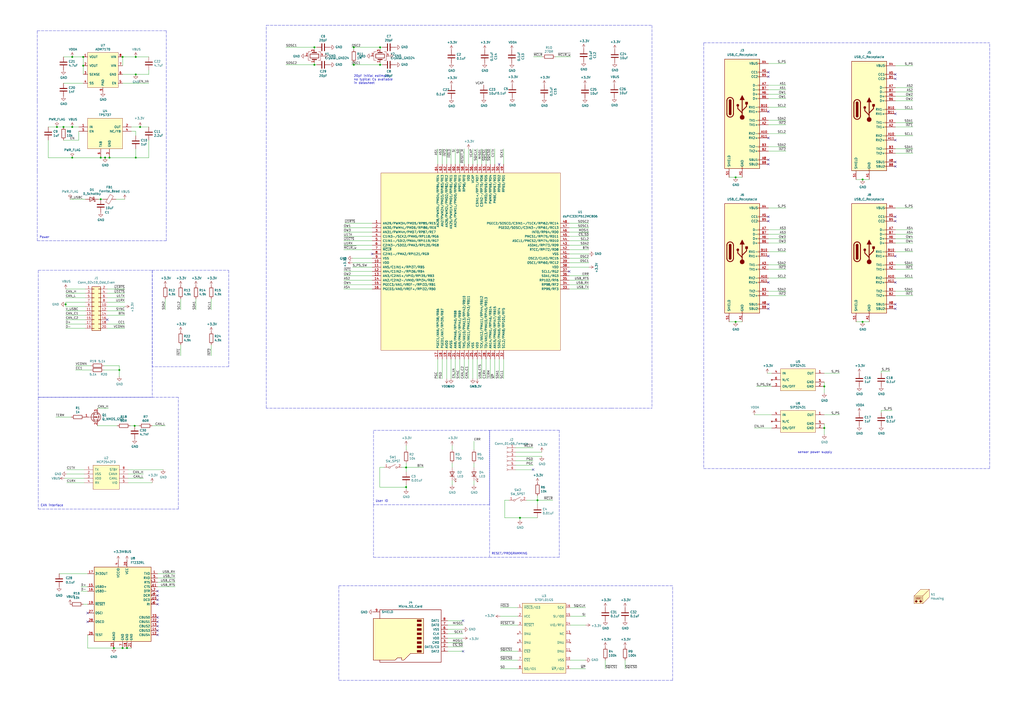
<source format=kicad_sch>
(kicad_sch (version 20211123) (generator eeschema)
  (paper "A2")
  (title_block (title "Sylvatica") (date "2019-07-04") (rev "3") (company "Olivier Pieters"))
  (junction (at 71.12 33.02))
  (junction (at 78.74 43.18))
  (junction (at 48.26 33.02))
  (junction (at 48.26 38.1))
  (junction (at 500.38 104.14))
  (junction (at 81.28 73.66))
  (junction (at 71.12 375.92))
  (junction (at 58.42 115.57))
  (junction (at 33.02 73.66))
  (junction (at 182.372 27.432))
  (junction (at 205.232 27.432))
  (junction (at 78.74 91.44))
  (junction (at 41.91 33.02))
  (junction (at 426.72 102.87))
  (junction (at 235.585 271.145))
  (junction (at 41.91 73.66))
  (junction (at 478.155 248.285))
  (junction (at 58.42 91.44))
  (junction (at 235.585 282.575))
  (junction (at 182.372 37.592))
  (junction (at 426.72 186.69))
  (junction (at 220.472 37.592))
  (junction (at 73.66 375.92))
  (junction (at 63.5 91.44))
  (junction (at 78.74 33.02))
  (junction (at 500.38 186.69))
  (junction (at 60.96 91.44))
  (junction (at 311.785 290.195))
  (junction (at 41.91 91.44))
  (junction (at 66.04 375.92))
  (junction (at 78.105 247.015))
  (junction (at 69.215 214.63))
  (junction (at 220.472 27.432))
  (junction (at 36.83 73.66))
  (junction (at 205.232 37.592))
  (junction (at 38.1 176.53))
  (junction (at 301.625 300.355))
  (junction (at 478.155 224.155))
  (no_connect (at 268.605 377.825))
  (no_connect (at 445.77 41.91))
  (no_connect (at 268.605 360.045))
  (no_connect (at 519.43 66.04))
  (no_connect (at 519.43 125.73))
  (no_connect (at 519.43 128.27))
  (no_connect (at 519.43 176.53))
  (no_connect (at 519.43 179.07))
  (no_connect (at 445.77 80.01))
  (no_connect (at 445.77 44.45))
  (no_connect (at 445.77 92.71))
  (no_connect (at 445.77 95.25))
  (no_connect (at 519.43 163.83))
  (no_connect (at 519.43 81.28))
  (no_connect (at 215.9 147.32))
  (no_connect (at 289.56 95.25))
  (no_connect (at 50.8 360.68))
  (no_connect (at 50.8 355.6))
  (no_connect (at 330.2 157.48))
  (no_connect (at 519.43 148.59))
  (no_connect (at 309.245 272.415))
  (no_connect (at 519.43 96.52))
  (no_connect (at 519.43 93.98))
  (no_connect (at 519.43 43.18))
  (no_connect (at 519.43 45.72))
  (no_connect (at 445.77 64.77))
  (no_connect (at 445.77 148.59))
  (no_connect (at 62.23 185.42))
  (no_connect (at 445.77 125.73))
  (no_connect (at 445.77 128.27))
  (no_connect (at 445.77 176.53))
  (no_connect (at 445.77 179.07))
  (no_connect (at 91.44 358.14))
  (no_connect (at 91.44 360.68))
  (no_connect (at 91.44 363.22))
  (no_connect (at 91.44 365.76))
  (no_connect (at 91.44 368.3))
  (no_connect (at 91.44 350.52))
  (no_connect (at 91.44 347.98))
  (no_connect (at 91.44 345.44))
  (no_connect (at 91.44 342.9))
  (no_connect (at 445.77 163.83))
  (wire (pts (xy 301.625 300.355) (xy 311.785 300.355)))
  (wire (pts (xy 205.232 27.432) (xy 220.472 27.432)))
  (wire (pts (xy 199.39 162.56) (xy 215.9 162.56)))
  (wire (pts (xy 261.62 86.36) (xy 261.62 95.25)))
  (wire (pts (xy 445.77 77.47) (xy 455.93 77.47)))
  (wire (pts (xy 341.63 147.32) (xy 330.2 147.32)))
  (wire (pts (xy 45.72 76.2) (xy 45.72 81.28)))
  (wire (pts (xy 339.725 357.505) (xy 330.835 357.505)))
  (wire (pts (xy 43.815 214.63) (xy 52.705 214.63)))
  (wire (pts (xy 455.93 52.07) (xy 445.77 52.07)))
  (wire (pts (xy 66.04 375.92) (xy 71.12 375.92)))
  (polyline (pts (xy 154.432 236.728) (xy 154.432 14.732)))
  (wire (pts (xy 422.91 186.69) (xy 426.72 186.69)))
  (polyline (pts (xy 216.662 249.682) (xy 283.972 249.682)))
  (wire (pts (xy 519.43 71.12) (xy 529.59 71.12)))
  (wire (pts (xy 511.175 215.265) (xy 511.175 216.535)))
  (wire (pts (xy 71.12 33.02) (xy 71.12 38.1)))
  (wire (pts (xy 487.045 216.535) (xy 478.155 216.535)))
  (wire (pts (xy 58.42 115.57) (xy 59.69 115.57)))
  (wire (pts (xy 299.085 262.255) (xy 314.325 262.255)))
  (wire (pts (xy 91.44 332.74) (xy 101.6 332.74)))
  (wire (pts (xy 199.39 160.02) (xy 215.9 160.02)))
  (wire (pts (xy 199.39 142.24) (xy 215.9 142.24)))
  (wire (pts (xy 268.605 375.285) (xy 259.715 375.285)))
  (wire (pts (xy 33.02 73.66) (xy 36.83 73.66)))
  (wire (pts (xy 71.12 43.18) (xy 78.74 43.18)))
  (wire (pts (xy 292.735 300.355) (xy 301.625 300.355)))
  (wire (pts (xy 262.255 260.985) (xy 262.255 258.445)))
  (wire (pts (xy 341.63 129.54) (xy 330.2 129.54)))
  (wire (pts (xy 284.48 208.28) (xy 284.48 219.71)))
  (wire (pts (xy 289.56 219.71) (xy 289.56 208.28)))
  (wire (pts (xy 271.78 219.71) (xy 271.78 208.28)))
  (wire (pts (xy 41.91 91.44) (xy 58.42 91.44)))
  (wire (pts (xy 205.232 37.592) (xy 220.472 37.592)))
  (wire (pts (xy 299.085 264.795) (xy 314.325 264.795)))
  (wire (pts (xy 72.39 167.64) (xy 62.23 167.64)))
  (wire (pts (xy 309.245 269.875) (xy 299.085 269.875)))
  (wire (pts (xy 235.585 271.145) (xy 235.585 273.685)))
  (wire (pts (xy 292.735 290.195) (xy 292.735 300.355)))
  (wire (pts (xy 48.895 272.415) (xy 38.735 272.415)))
  (wire (pts (xy 445.135 216.535) (xy 447.675 216.535)))
  (wire (pts (xy 182.372 28.702) (xy 182.372 27.432)))
  (wire (pts (xy 529.59 38.1) (xy 519.43 38.1)))
  (wire (pts (xy 519.43 63.5) (xy 529.59 63.5)))
  (wire (pts (xy 529.59 153.67) (xy 519.43 153.67)))
  (wire (pts (xy 58.42 91.44) (xy 60.96 91.44)))
  (wire (pts (xy 69.215 212.09) (xy 69.215 214.63)))
  (wire (pts (xy 76.2 76.2) (xy 78.74 76.2)))
  (polyline (pts (xy 408.178 24.892) (xy 574.04 24.892)))
  (wire (pts (xy 341.63 144.78) (xy 330.2 144.78)))
  (polyline (pts (xy 96.52 139.7) (xy 21.59 139.7)))
  (wire (pts (xy 261.62 208.28) (xy 261.62 219.71)))
  (wire (pts (xy 182.372 27.432) (xy 183.642 27.432)))
  (wire (pts (xy 72.39 175.26) (xy 62.23 175.26)))
  (wire (pts (xy 86.36 81.28) (xy 86.36 91.44)))
  (wire (pts (xy 78.74 43.18) (xy 86.36 43.18)))
  (polyline (pts (xy 283.972 323.342) (xy 283.972 249.682)))
  (wire (pts (xy 62.23 172.72) (xy 72.39 172.72)))
  (wire (pts (xy 529.59 73.66) (xy 519.43 73.66)))
  (wire (pts (xy 529.59 53.34) (xy 519.43 53.34)))
  (wire (pts (xy 529.59 135.89) (xy 519.43 135.89)))
  (wire (pts (xy 72.39 180.34) (xy 62.23 180.34)))
  (wire (pts (xy 529.59 171.45) (xy 519.43 171.45)))
  (wire (pts (xy 500.38 104.14) (xy 504.19 104.14)))
  (wire (pts (xy 122.555 179.705) (xy 122.555 173.355)))
  (wire (pts (xy 69.215 214.63) (xy 69.215 218.44)))
  (wire (pts (xy 341.63 165.1) (xy 330.2 165.1)))
  (polyline (pts (xy 408.178 271.78) (xy 574.04 271.78)))
  (wire (pts (xy 330.2 142.24) (xy 341.63 142.24)))
  (wire (pts (xy 341.63 139.7) (xy 330.2 139.7)))
  (wire (pts (xy 73.66 375.92) (xy 76.2 375.92)))
  (polyline (pts (xy 132.715 212.725) (xy 88.265 212.725)))
  (polyline (pts (xy 390.144 394.716) (xy 390.144 339.852)))
  (wire (pts (xy 199.39 139.7) (xy 215.9 139.7)))
  (wire (pts (xy 305.435 290.195) (xy 311.785 290.195)))
  (polyline (pts (xy 96.52 17.78) (xy 96.52 58.42)))
  (wire (pts (xy 46.99 342.9) (xy 50.8 342.9)))
  (wire (pts (xy 199.39 167.64) (xy 215.9 167.64)))
  (wire (pts (xy 301.625 301.625) (xy 301.625 300.355)))
  (wire (pts (xy 204.47 154.94) (xy 215.9 154.94)))
  (wire (pts (xy 478.155 245.745) (xy 478.155 248.285)))
  (wire (pts (xy 67.31 115.57) (xy 72.39 115.57)))
  (wire (pts (xy 264.16 208.28) (xy 264.16 219.456)))
  (wire (pts (xy 50.8 375.92) (xy 66.04 375.92)))
  (wire (pts (xy 254 95.25) (xy 254 86.36)))
  (wire (pts (xy 496.57 186.69) (xy 500.38 186.69)))
  (wire (pts (xy 339.725 382.905) (xy 330.835 382.905)))
  (polyline (pts (xy 88.265 156.845) (xy 88.265 212.725)))
  (wire (pts (xy 290.195 357.505) (xy 300.355 357.505)))
  (wire (pts (xy 341.63 152.4) (xy 330.2 152.4)))
  (wire (pts (xy 91.44 337.82) (xy 101.6 337.82)))
  (wire (pts (xy 86.36 91.44) (xy 78.74 91.44)))
  (polyline (pts (xy 21.59 139.7) (xy 21.59 99.06)))
  (wire (pts (xy 309.245 259.715) (xy 299.085 259.715)))
  (wire (pts (xy 76.2 73.66) (xy 81.28 73.66)))
  (wire (pts (xy 40.64 115.57) (xy 49.53 115.57)))
  (wire (pts (xy 235.585 282.575) (xy 235.585 283.845)))
  (polyline (pts (xy 354.584 236.728) (xy 154.432 236.728)))
  (wire (pts (xy 496.57 104.14) (xy 500.38 104.14)))
  (polyline (pts (xy 354.584 236.728) (xy 378.206 236.728)))
  (wire (pts (xy 437.515 240.665) (xy 447.675 240.665)))
  (wire (pts (xy 274.955 260.985) (xy 274.955 255.905)))
  (wire (pts (xy 455.93 153.67) (xy 445.77 153.67)))
  (polyline (pts (xy 96.52 99.06) (xy 96.52 139.7)))
  (wire (pts (xy 295.275 290.195) (xy 292.735 290.195)))
  (wire (pts (xy 204.47 152.4) (xy 215.9 152.4)))
  (wire (pts (xy 269.24 86.36) (xy 269.24 95.25)))
  (wire (pts (xy 271.78 86.36) (xy 271.78 95.25)))
  (polyline (pts (xy 216.662 292.862) (xy 216.662 249.682)))
  (wire (pts (xy 38.1 180.34) (xy 49.53 180.34)))
  (polyline (pts (xy 21.59 17.78) (xy 96.52 17.78)))
  (wire (pts (xy 71.12 33.02) (xy 78.74 33.02)))
  (wire (pts (xy 516.255 215.265) (xy 511.175 215.265)))
  (wire (pts (xy 50.8 368.3) (xy 50.8 375.92)))
  (wire (pts (xy 274.32 86.36) (xy 274.32 95.25)))
  (wire (pts (xy 268.605 377.825) (xy 259.715 377.825)))
  (polyline (pts (xy 103.505 295.275) (xy 103.505 230.505)))
  (wire (pts (xy 62.23 170.18) (xy 72.39 170.18)))
  (wire (pts (xy 292.1 86.36) (xy 292.1 95.25)))
  (wire (pts (xy 529.59 138.43) (xy 519.43 138.43)))
  (wire (pts (xy 320.675 290.195) (xy 311.785 290.195)))
  (wire (pts (xy 182.372 37.592) (xy 183.642 37.592)))
  (wire (pts (xy 220.472 28.702) (xy 220.472 27.432)))
  (polyline (pts (xy 21.59 99.06) (xy 21.59 58.42)))
  (polyline (pts (xy 574.04 271.78) (xy 574.04 24.892)))
  (wire (pts (xy 445.77 140.97) (xy 455.93 140.97)))
  (wire (pts (xy 290.195 387.985) (xy 300.355 387.985)))
  (wire (pts (xy 199.898 129.54) (xy 215.9 129.54)))
  (wire (pts (xy 284.48 86.36) (xy 284.48 95.25)))
  (wire (pts (xy 322.199 32.893) (xy 331.089 32.893)))
  (wire (pts (xy 86.36 48.26) (xy 71.12 48.26)))
  (wire (pts (xy 274.955 281.305) (xy 274.955 278.765)))
  (polyline (pts (xy 88.265 156.845) (xy 132.715 156.845)))
  (polyline (pts (xy 22.225 156.845) (xy 88.265 156.845)))
  (wire (pts (xy 290.195 352.425) (xy 300.355 352.425)))
  (wire (pts (xy 455.93 156.21) (xy 445.77 156.21)))
  (wire (pts (xy 500.38 186.69) (xy 504.19 186.69)))
  (wire (pts (xy 60.96 91.44) (xy 63.5 91.44)))
  (wire (pts (xy 48.26 38.1) (xy 48.26 33.02)))
  (wire (pts (xy 309.245 272.415) (xy 299.085 272.415)))
  (wire (pts (xy 529.59 55.88) (xy 519.43 55.88)))
  (wire (pts (xy 311.785 292.735) (xy 311.785 290.195)))
  (wire (pts (xy 60.325 212.09) (xy 69.215 212.09)))
  (wire (pts (xy 199.39 157.48) (xy 215.9 157.48)))
  (wire (pts (xy 268.605 362.585) (xy 259.715 362.585)))
  (wire (pts (xy 268.605 365.125) (xy 259.715 365.125)))
  (polyline (pts (xy 324.485 249.555) (xy 324.485 323.215)))
  (polyline (pts (xy 390.144 339.852) (xy 196.596 339.852)))
  (wire (pts (xy 71.12 375.92) (xy 73.66 375.92)))
  (wire (pts (xy 78.105 247.015) (xy 75.565 247.015)))
  (wire (pts (xy 445.77 85.09) (xy 455.93 85.09)))
  (wire (pts (xy 199.39 165.1) (xy 215.9 165.1)))
  (wire (pts (xy 339.725 387.985) (xy 330.835 387.985)))
  (wire (pts (xy 78.74 76.2) (xy 78.74 78.74)))
  (wire (pts (xy 529.59 133.35) (xy 519.43 133.35)))
  (wire (pts (xy 38.1 182.88) (xy 49.53 182.88)))
  (wire (pts (xy 455.93 168.91) (xy 445.77 168.91)))
  (wire (pts (xy 104.775 179.705) (xy 104.775 173.355)))
  (wire (pts (xy 38.1 170.18) (xy 49.53 170.18)))
  (wire (pts (xy 478.155 224.155) (xy 478.155 227.965)))
  (wire (pts (xy 36.83 33.02) (xy 41.91 33.02)))
  (wire (pts (xy 341.63 134.62) (xy 330.2 134.62)))
  (wire (pts (xy 48.895 280.035) (xy 38.735 280.035)))
  (wire (pts (xy 205.232 28.702) (xy 205.232 27.432)))
  (wire (pts (xy 220.472 36.322) (xy 220.472 37.592)))
  (wire (pts (xy 519.43 58.42) (xy 529.59 58.42)))
  (wire (pts (xy 341.63 154.94) (xy 330.2 154.94)))
  (wire (pts (xy 437.515 248.285) (xy 447.675 248.285)))
  (polyline (pts (xy 88.265 230.505) (xy 22.225 230.505)))
  (wire (pts (xy 205.232 36.322) (xy 205.232 37.592)))
  (wire (pts (xy 455.93 133.35) (xy 445.77 133.35)))
  (wire (pts (xy 27.94 73.66) (xy 33.02 73.66)))
  (wire (pts (xy 204.47 149.86) (xy 215.9 149.86)))
  (wire (pts (xy 36.83 73.66) (xy 41.91 73.66)))
  (wire (pts (xy 455.93 146.05) (xy 445.77 146.05)))
  (wire (pts (xy 274.32 219.71) (xy 274.32 208.28)))
  (polyline (pts (xy 196.596 394.716) (xy 390.144 394.716)))
  (wire (pts (xy 287.02 208.28) (xy 287.02 219.71)))
  (wire (pts (xy 339.725 352.425) (xy 330.835 352.425)))
  (wire (pts (xy 95.885 179.705) (xy 95.885 173.355)))
  (wire (pts (xy 455.93 138.43) (xy 445.77 138.43)))
  (wire (pts (xy 38.1 175.26) (xy 49.53 175.26)))
  (wire (pts (xy 43.815 212.09) (xy 52.705 212.09)))
  (wire (pts (xy 487.045 240.665) (xy 478.155 240.665)))
  (wire (pts (xy 220.345 282.575) (xy 235.585 282.575)))
  (polyline (pts (xy 22.225 230.505) (xy 22.225 295.275)))
  (wire (pts (xy 254 208.28) (xy 254 219.71)))
  (wire (pts (xy 290.195 377.825) (xy 300.355 377.825)))
  (wire (pts (xy 290.195 382.905) (xy 300.355 382.905)))
  (wire (pts (xy 529.59 168.91) (xy 519.43 168.91)))
  (wire (pts (xy 274.955 271.145) (xy 274.955 268.605)))
  (wire (pts (xy 279.4 208.28) (xy 279.4 219.71)))
  (wire (pts (xy 478.155 221.615) (xy 478.155 224.155)))
  (wire (pts (xy 341.63 160.02) (xy 330.2 160.02)))
  (wire (pts (xy 48.895 274.955) (xy 38.735 274.955)))
  (wire (pts (xy 235.585 258.445) (xy 235.585 260.985)))
  (wire (pts (xy 199.39 134.62) (xy 215.9 134.62)))
  (wire (pts (xy 455.93 72.39) (xy 445.77 72.39)))
  (wire (pts (xy 48.895 277.495) (xy 37.465 277.495)))
  (wire (pts (xy 426.72 102.87) (xy 430.53 102.87)))
  (wire (pts (xy 276.86 86.36) (xy 276.86 95.25)))
  (wire (pts (xy 455.93 54.61) (xy 445.77 54.61)))
  (wire (pts (xy 27.94 81.28) (xy 27.94 91.44)))
  (wire (pts (xy 199.39 132.08) (xy 215.9 132.08)))
  (wire (pts (xy 445.77 57.15) (xy 455.93 57.15)))
  (wire (pts (xy 245.745 271.145) (xy 235.585 271.145)))
  (wire (pts (xy 38.1 190.5) (xy 49.53 190.5)))
  (wire (pts (xy 182.372 36.322) (xy 182.372 37.592)))
  (wire (pts (xy 264.16 95.25) (xy 264.16 86.36)))
  (wire (pts (xy 91.44 335.28) (xy 101.6 335.28)))
  (wire (pts (xy 455.93 36.83) (xy 445.77 36.83)))
  (wire (pts (xy 519.43 140.97) (xy 529.59 140.97)))
  (wire (pts (xy 529.59 120.65) (xy 519.43 120.65)))
  (polyline (pts (xy 378.206 14.732) (xy 378.206 236.728)))
  (polyline (pts (xy 88.265 156.845) (xy 88.265 230.505)))
  (wire (pts (xy 38.1 172.72) (xy 49.53 172.72)))
  (wire (pts (xy 38.1 175.26) (xy 38.1 176.53)))
  (wire (pts (xy 38.1 176.53) (xy 38.1 177.8)))
  (wire (pts (xy 314.579 32.893) (xy 309.499 32.893)))
  (wire (pts (xy 455.93 87.63) (xy 445.77 87.63)))
  (wire (pts (xy 199.39 137.16) (xy 215.9 137.16)))
  (wire (pts (xy 88.265 280.035) (xy 74.295 280.035)))
  (wire (pts (xy 445.77 69.85) (xy 455.93 69.85)))
  (wire (pts (xy 86.36 43.18) (xy 86.36 40.64)))
  (wire (pts (xy 27.94 91.44) (xy 41.91 91.44)))
  (wire (pts (xy 445.77 62.23) (xy 455.93 62.23)))
  (wire (pts (xy 455.93 135.89) (xy 445.77 135.89)))
  (wire (pts (xy 165.862 37.592) (xy 182.372 37.592)))
  (polyline (pts (xy 216.662 323.342) (xy 283.718 323.342)))
  (wire (pts (xy 56.515 236.855) (xy 62.865 236.855)))
  (wire (pts (xy 38.1 177.8) (xy 49.53 177.8)))
  (wire (pts (xy 259.08 208.28) (xy 259.08 219.71)))
  (wire (pts (xy 48.26 48.26) (xy 36.83 48.26)))
  (wire (pts (xy 259.715 367.665) (xy 268.605 367.665)))
  (wire (pts (xy 45.72 81.28) (xy 36.83 81.28)))
  (wire (pts (xy 91.44 340.36) (xy 101.6 340.36)))
  (wire (pts (xy 269.24 208.28) (xy 269.24 219.71)))
  (polyline (pts (xy 196.596 339.852) (xy 196.596 394.716)))
  (wire (pts (xy 56.515 247.015) (xy 67.945 247.015)))
  (polyline (pts (xy 283.972 292.862) (xy 216.662 292.862)))
  (wire (pts (xy 529.59 146.05) (xy 519.43 146.05)))
  (wire (pts (xy 256.54 95.25) (xy 256.54 86.36)))
  (wire (pts (xy 165.862 27.432) (xy 182.372 27.432)))
  (wire (pts (xy 78.74 86.36) (xy 78.74 91.44)))
  (wire (pts (xy 199.39 144.78) (xy 215.9 144.78)))
  (wire (pts (xy 256.54 208.28) (xy 256.54 219.71)))
  (wire (pts (xy 38.1 187.96) (xy 49.53 187.96)))
  (wire (pts (xy 292.1 219.71) (xy 292.1 208.28)))
  (wire (pts (xy 83.185 277.495) (xy 74.295 277.495)))
  (wire (pts (xy 203.962 27.432) (xy 205.232 27.432)))
  (wire (pts (xy 235.585 281.305) (xy 235.585 282.575)))
  (wire (pts (xy 34.29 332.74) (xy 50.8 332.74)))
  (wire (pts (xy 330.2 162.56) (xy 341.63 162.56)))
  (wire (pts (xy 455.93 161.29) (xy 445.77 161.29)))
  (wire (pts (xy 287.02 86.36) (xy 287.02 95.25)))
  (wire (pts (xy 220.345 271.145) (xy 222.885 271.145)))
  (wire (pts (xy 41.91 73.66) (xy 45.72 73.66)))
  (polyline (pts (xy 103.505 230.505) (xy 22.225 230.505)))
  (polyline (pts (xy 283.972 249.682) (xy 283.972 292.862)))
  (wire (pts (xy 511.175 238.125) (xy 511.175 239.395)))
  (polyline (pts (xy 283.972 249.682) (xy 324.485 249.555)))
  (wire (pts (xy 519.43 78.74) (xy 529.59 78.74)))
  (wire (pts (xy 41.91 33.02) (xy 48.26 33.02)))
  (wire (pts (xy 220.472 27.432) (xy 221.742 27.432)))
  (wire (pts (xy 220.345 271.145) (xy 220.345 282.575)))
  (wire (pts (xy 262.255 278.765) (xy 262.255 281.305)))
  (wire (pts (xy 339.725 362.585) (xy 330.835 362.585)))
  (wire (pts (xy 529.59 161.29) (xy 519.43 161.29)))
  (wire (pts (xy 455.93 49.53) (xy 445.77 49.53)))
  (wire (pts (xy 203.962 37.592) (xy 205.232 37.592)))
  (wire (pts (xy 48.26 43.18) (xy 48.26 38.1)))
  (wire (pts (xy 259.08 86.36) (xy 259.08 95.25)))
  (wire (pts (xy 38.1 185.42) (xy 49.53 185.42)))
  (wire (pts (xy 38.1 167.64) (xy 49.53 167.64)))
  (wire (pts (xy 104.775 200.025) (xy 104.775 206.375)))
  (wire (pts (xy 32.385 241.935) (xy 41.275 241.935)))
  (polyline (pts (xy 21.59 58.42) (xy 21.59 17.78)))
  (wire (pts (xy 268.605 370.205) (xy 259.715 370.205)))
  (polyline (pts (xy 22.225 295.275) (xy 103.505 295.275)))
  (wire (pts (xy 341.63 132.08) (xy 330.2 132.08)))
  (wire (pts (xy 426.72 186.69) (xy 430.53 186.69)))
  (wire (pts (xy 268.605 360.045) (xy 259.715 360.045)))
  (polyline (pts (xy 216.662 292.862) (xy 216.662 323.342)))
  (polyline (pts (xy 408.178 24.892) (xy 408.178 271.78)))
  (wire (pts (xy 529.59 88.9) (xy 519.43 88.9)))
  (polyline (pts (xy 22.225 156.845) (xy 22.225 230.505)))
  (wire (pts (xy 95.885 247.015) (xy 88.265 247.015)))
  (wire (pts (xy 281.94 219.71) (xy 281.94 208.28)))
  (wire (pts (xy 281.94 86.36) (xy 281.94 95.25)))
  (wire (pts (xy 266.7 95.25) (xy 266.7 86.36)))
  (wire (pts (xy 62.23 182.88) (xy 72.39 182.88)))
  (wire (pts (xy 72.39 190.5) (xy 62.23 190.5)))
  (wire (pts (xy 122.555 200.025) (xy 122.555 206.375)))
  (wire (pts (xy 220.472 37.592) (xy 221.742 37.592)))
  (polyline (pts (xy 96.52 58.42) (xy 96.52 99.06)))
  (wire (pts (xy 74.295 272.415) (xy 94.615 272.415)))
  (wire (pts (xy 309.245 267.335) (xy 299.085 267.335)))
  (wire (pts (xy 235.585 271.145) (xy 235.585 268.605)))
  (wire (pts (xy 46.99 340.36) (xy 50.8 340.36)))
  (wire (pts (xy 341.63 149.86) (xy 330.2 149.86)))
  (wire (pts (xy 113.665 179.705) (xy 113.665 173.355)))
  (wire (pts (xy 262.255 268.605) (xy 262.255 271.145)))
  (wire (pts (xy 78.74 33.02) (xy 86.36 33.02)))
  (wire (pts (xy 438.785 224.155) (xy 447.675 224.155)))
  (polyline (pts (xy 324.485 323.215) (xy 283.972 323.342)))
  (wire (pts (xy 455.93 171.45) (xy 445.77 171.45)))
  (wire (pts (xy 57.15 115.57) (xy 58.42 115.57)))
  (wire (pts (xy 519.43 86.36) (xy 529.59 86.36)))
  (wire (pts (xy 422.91 102.87) (xy 426.72 102.87)))
  (wire (pts (xy 362.585 382.905) (xy 362.585 387.985)))
  (wire (pts (xy 290.195 362.585) (xy 300.355 362.585)))
  (wire (pts (xy 81.28 73.66) (xy 86.36 73.66)))
  (wire (pts (xy 279.4 86.36) (xy 279.4 95.25)))
  (wire (pts (xy 266.7 208.28) (xy 266.7 219.71)))
  (wire (pts (xy 341.63 137.16) (xy 330.2 137.16)))
  (wire (pts (xy 72.39 187.96) (xy 62.23 187.96)))
  (wire (pts (xy 48.26 350.52) (xy 50.8 350.52)))
  (wire (pts (xy 268.605 372.745) (xy 259.715 372.745)))
  (wire (pts (xy 72.39 177.8) (xy 62.23 177.8)))
  (wire (pts (xy 69.215 214.63) (xy 60.325 214.63)))
  (wire (pts (xy 311.785 290.195) (xy 311.785 287.655)))
  (polyline (pts (xy 132.715 156.845) (xy 132.715 212.725)))
  (wire (pts (xy 341.63 167.64) (xy 330.2 167.64)))
  (wire (pts (xy 529.59 156.21) (xy 519.43 156.21)))
  (wire (pts (xy 517.525 238.125) (xy 511.175 238.125)))
  (wire (pts (xy 83.185 274.955) (xy 74.295 274.955)))
  (wire (pts (xy 351.155 382.905) (xy 351.155 387.985)))
  (wire (pts (xy 63.5 91.44) (xy 78.74 91.44)))
  (wire (pts (xy 478.155 248.285) (xy 478.155 252.095)))
  (wire (pts (xy 80.645 247.015) (xy 78.105 247.015)))
  (wire (pts (xy 455.93 120.65) (xy 445.77 120.65)))
  (wire (pts (xy 276.86 219.71) (xy 276.86 208.28)))
  (wire (pts (xy 233.045 271.145) (xy 235.585 271.145)))
  (wire (pts (xy 529.59 50.8) (xy 519.43 50.8)))
  (polyline (pts (xy 154.432 14.732) (xy 378.206 14.732)))
  (text "sensor power supply" (at 462.788 263.144 0) (effects (font (size 1.27 1.27)) (justify left bottom)))
  (text "20pF initial estimate, \nno typical Cs available \nin datasheet" (at 205.232 49.022 0) (effects (font (size 1.27 1.27)) (justify left bottom)))
  (text "RESET/PROGRAMMING" (at 285.115 321.945 0) (effects (font (size 1.27 1.27)) (justify left bottom)))
  (text "CAN interface" (at 23.495 294.005 0) (effects (font (size 1.27 1.27)) (justify left bottom)))
  (text "User IO" (at 217.805 291.465 0) (effects (font (size 1.27 1.27)) (justify left bottom)))
  (text "Power" (at 22.86 138.43 0) (effects (font (size 1.27 1.27)) (justify left bottom)))
  (label "AS2" (at 529.59 53.34 180))
  (label "SI" (at 264.16 86.36 270))
  (label "S_PS" (at 529.59 120.65 180))
  (label "USB_CTS" (at 101.6 337.82 180))
  (label "OSC1" (at 341.63 152.4 180))
  (label "SQICLK" (at 276.86 86.36 270))
  (label "AS4" (at 199.39 167.64 0))
  (label "~{SQICS1}" (at 281.94 86.36 270))
  (label "~{U1CTS}" (at 199.39 139.7 0))
  (label "~{INT1}" (at 104.775 206.375 90))
  (label "ERR" (at 341.63 160.02 180))
  (label "CAN_H" (at 38.1 170.18 0))
  (label "C1TX" (at 38.735 272.415 0))
  (label "OSC2" (at 203.962 27.432 0))
  (label "BTN" (at 341.63 144.78 180))
  (label "~{INT1}" (at 529.59 156.21 180))
  (label "D-" (at 46.99 342.9 0))
  (label "MISO1" (at 268.605 362.585 180))
  (label "SDA1" (at 113.665 179.705 90))
  (label "S_PS" (at 516.255 215.265 180))
  (label "SO" (at 266.7 86.36 270))
  (label "~{RESET_M}" (at 290.195 362.585 0))
  (label "AS3" (at 256.54 86.36 270))
  (label "SDA2" (at 455.93 85.09 180))
  (label "TERM" (at 284.48 219.71 90))
  (label "SOSC2" (at 165.862 37.592 0))
  (label "~{HOLD}" (at 261.62 86.36 270))
  (label "CAN_C2" (at 269.24 219.71 90))
  (label "SDA1" (at 289.56 219.71 90))
  (label "SDA2" (at 455.93 69.85 180))
  (label "~{INT2}" (at 122.555 206.375 90))
  (label "OW1" (at 455.93 57.15 180))
  (label "OW3" (at 455.93 140.97 180))
  (label "SQICLK" (at 339.725 352.425 180))
  (label "SDA1" (at 529.59 71.12 180))
  (label "~{INT2}" (at 455.93 72.39 180))
  (label "S_PS" (at 487.045 240.665 180))
  (label "~{U1RTS}" (at 199.898 129.54 0))
  (label "V_USBC" (at 38.1 180.34 0))
  (label "~{SQICS0}" (at 284.48 86.36 270))
  (label "SDA1" (at 529.59 86.36 180))
  (label "U1RX" (at 72.39 175.26 180))
  (label "SDA2" (at 455.93 153.67 180))
  (label "SOSC2" (at 341.63 129.54 180))
  (label "S_PS" (at 529.59 38.1 180))
  (label "SDA2" (at 455.93 168.91 180))
  (label "~{CS_SD}" (at 341.63 137.16 180))
  (label "OW4" (at 529.59 140.97 180))
  (label "~{SQICS1}" (at 351.155 387.985 0))
  (label "CC1" (at 43.815 214.63 0))
  (label "C1RX" (at 38.735 280.035 0))
  (label "D+" (at 46.99 340.36 0))
  (label "CC1" (at 72.39 187.96 180))
  (label "S_PS_SW" (at 438.785 224.155 0))
  (label "SCL2" (at 341.63 139.7 180))
  (label "AS4" (at 529.59 135.89 180))
  (label "USB_TX" (at 101.6 335.28 180))
  (label "USB_RTS" (at 101.6 340.36 180))
  (label "VCAP" (at 274.32 86.36 270))
  (label "~{INT2}" (at 259.08 86.36 270))
  (label "VCAP" (at 280.67 49.276 180))
  (label "USB_CTS" (at 279.4 219.71 90))
  (label "~{INT2}" (at 455.93 171.45 180))
  (label "SCL2" (at 455.93 62.23 180))
  (label "SDA1" (at 529.59 153.67 180))
  (label "~{HOLD}" (at 290.195 352.425 0))
  (label "AS1" (at 254 86.36 270))
  (label "~{U1RTS}" (at 72.39 167.64 180))
  (label "SCL1" (at 529.59 161.29 180))
  (label "MOSI1" (at 268.605 372.745 180))
  (label "OW1" (at 455.93 54.61 180))
  (label "CAN_C1" (at 271.78 219.71 90))
  (label "S_PS" (at 487.045 216.535 180))
  (label "CAN_H" (at 83.185 274.955 180))
  (label "PGD" (at 309.245 267.335 180))
  (label "USB_RTS" (at 341.63 162.56 180))
  (label "AS3" (at 455.93 133.35 180))
  (label "~{CS_SD}" (at 268.605 375.285 180))
  (label "SCL1" (at 529.59 146.05 180))
  (label "D-" (at 38.1 190.5 0))
  (label "VCONN" (at 43.815 212.09 0))
  (label "CAN_L" (at 38.1 172.72 0))
  (label "SYNC" (at 266.7 219.71 90))
  (label "SCL2" (at 455.93 161.29 180))
  (label "BTN" (at 72.39 182.88 180))
  (label "~{MCLR}" (at 309.499 32.893 0))
  (label "SCL1" (at 122.555 179.705 90))
  (label "~{INT1}" (at 529.59 73.66 180))
  (label "SDA2" (at 341.63 142.24 180))
  (label "SCL2" (at 104.775 179.705 90))
  (label "S_PS" (at 455.93 120.65 180))
  (label "AS2" (at 199.39 162.56 0))
  (label "OW2" (at 529.59 55.88 180))
  (label "~{SQICS1}" (at 290.195 377.825 0))
  (label "BTN" (at 245.745 271.145 180))
  (label "~{SQICS0}" (at 362.585 387.985 0))
  (label "EN" (at 40.64 81.28 0))
  (label "CAN_H" (at 62.865 236.855 180))
  (label "OSC1" (at 203.962 37.592 0))
  (label "~{MCLR_w}" (at 199.39 144.78 0))
  (label "S_PS" (at 455.93 36.83 180))
  (label "AS1" (at 455.93 52.07 180))
  (label "U1RX" (at 199.39 142.24 0))
  (label "OW4" (at 199.39 165.1 0))
  (label "PGD" (at 256.54 219.71 90))
  (label "CAN_L" (at 83.185 277.495 180))
  (label "~{INT2}" (at 455.93 87.63 180))
  (label "~{INT2}" (at 455.93 156.21 180))
  (label "CAN_C2" (at 38.1 185.42 0))
  (label "MISO1" (at 279.4 86.36 270))
  (label "EN_VA" (at 86.36 48.26 180))
  (label "USB_TX" (at 341.63 167.64 180))
  (label "OW4" (at 529.59 138.43 180))
  (label "EN_VA" (at 264.16 219.456 90))
  (label "~{WP}" (at 339.725 387.985 180))
  (label "~{MCLR}" (at 309.245 259.715 180))
  (label "SCL2" (at 455.93 77.47 180))
  (label "SCL1" (at 529.59 78.74 180))
  (label "~{INT1}" (at 529.59 171.45 180))
  (label "USB_RX" (at 101.6 332.74 180))
  (label "OW2" (at 529.59 58.42 180))
  (label "MOSI1" (at 341.63 134.62 180))
  (label "SI" (at 339.725 357.505 180))
  (label "~{MCLR_w}" (at 331.089 32.893 180))
  (label "V_USBC" (at 40.64 115.57 0))
  (label "VCONN" (at 72.39 190.5 180))
  (label "TERM" (at 32.385 241.935 0))
  (label "PGC" (at 309.245 269.875 180))
  (label "~{INT1}" (at 199.39 157.48 0))
  (label "~{U1CTS}" (at 72.39 170.18 180))
  (label "OSC2" (at 341.63 149.86 180))
  (label "ERR" (at 274.955 255.905 0))
  (label "U1TX" (at 72.39 172.72 180))
  (label "USB_RX" (at 341.63 165.1 180))
  (label "AS3" (at 455.93 135.89 180))
  (label "OW2" (at 199.39 160.02 0))
  (label "SYNC" (at 72.39 180.34 180))
  (label "U1TX" (at 199.39 137.16 0))
  (label "EN_VA" (at 437.515 248.285 0))
  (label "SCL2" (at 455.93 146.05 180))
  (label "~{SQICS0}" (at 290.195 382.905 0))
  (label "D+" (at 38.1 187.96 0))
  (label "AS4" (at 529.59 133.35 180))
  (label "CAN_C1" (at 38.1 182.88 0))
  (label "C1RX" (at 281.94 219.71 90))
  (label "SDA1" (at 529.59 168.91 180))
  (label "C1TX" (at 287.02 86.36 270))
  (label "SCL1" (at 292.1 219.71 90))
  (label "AS2" (at 529.59 50.8 180))
  (label "~{MCLR}" (at 320.675 290.195 180))
  (label "OW1" (at 199.39 132.08 0))
  (label "S_PS" (at 517.525 238.125 180))
  (label "AS1" (at 455.93 49.53 180))
  (label "SCL1" (at 529.59 63.5 180))
  (label "~{INT1}" (at 529.59 88.9 180))
  (label "PGC" (at 254 219.71 90))
  (label "~{RESET_M}" (at 269.24 86.36 270))
  (label "~{WP}" (at 287.02 219.71 90))
  (label "SCK1" (at 268.605 367.665 180))
  (label "S_PS_SW" (at 204.47 154.94 0))
  (label "SDA2" (at 95.885 179.705 90))
  (label "SOSC1" (at 165.862 27.432 0))
  (label "SO" (at 290.195 387.985 0))
  (label "OW3" (at 455.93 138.43 180))
  (label "CAN_L" (at 95.885 247.015 180))
  (label "SCK1" (at 292.1 86.36 270))
  (label "OW3" (at 199.39 134.62 0))
  (label "SOSC1" (at 341.63 132.08 180))
  (symbol (lib_id "Device:FerriteBead") (at 63.5 115.57 270) (unit 1)
    (property "Reference" "FB1" (at 63.5 108.6104 90))
    (property "Value" "Ferrite_Bead" (at 63.5 110.9218 90))
    (property "Footprint" "Inductor_SMD:L_0805_2012Metric" (effects hide))
    (property "Mouser" "875-MI0805K400R-10" (effects hide))
    (property "Price" "0.019" (effects hide))
  )
  (symbol (lib_id "Device:C") (at 58.42 119.38 0) (unit 1)
    (property "Reference" "C1" (at 63.5 123.19 0) (effects (justify right)))
    (property "Value" "10uF" (at 66.04 120.65 0) (effects (justify right)))
    (property "Footprint" "Capacitor_SMD:C_1210_3225Metric" (effects hide))
    (property "Mouser" "963-TMK325BJ106KM-P" (effects hide))
    (property "Price" "0.15" (effects hide))
  )
  (symbol (lib_id "Device:D_Schottky") (at 53.34 115.57 180) (unit 1)
    (property "Reference" "D1" (at 53.34 110.0836 0))
    (property "Value" "D_Schottky" (at 53.34 112.395 0))
    (property "Footprint" "Diode_SMD:D_SMB" (effects hide))
    (property "Mouser" "621-B340LB-F" (effects hide))
    (property "Price" "0.308" (effects hide))
  )
  (symbol (lib_id "power:GND") (at 58.42 123.19 0) (unit 1)
    (property "Reference" "#PWR02" (effects hide))
    (property "Value" "GND" (at 58.547 127.5842 0))
  )
  (symbol (lib_id "Connector:Conn_01x06_Female") (at 294.005 264.795 0) (mirror y) (unit 1)
    (property "Reference" "J2" (at 296.6974 255.016 0))
    (property "Value" "Conn_01x06_Female" (at 296.6974 257.3274 0))
    (property "Footprint" "Connector_PinSocket_2.54mm:PinSocket_1x06_P2.54mm_Vertical" (effects hide))
  )
  (symbol (lib_id "power:GND") (at 314.325 264.795 0) (unit 1)
    (property "Reference" "#PWR018" (effects hide))
    (property "Value" "GND" (at 314.452 269.1892 0))
  )
  (symbol (lib_id "power:+3.3V") (at 314.325 262.255 0) (unit 1)
    (property "Reference" "#PWR017" (effects hide))
    (property "Value" "+3.3V" (at 314.706 257.8608 0))
  )
  (symbol (lib_id "Switch:SW_SPST") (at 300.355 290.195 0) (unit 1)
    (property "Reference" "SW2" (at 300.355 284.226 0))
    (property "Value" "SW_SPST" (at 300.355 286.5374 0))
    (property "Footprint" "Button_Switch_SMD:SW_Push_1P1T_NO_CK_KMR2" (effects hide))
    (property "Mouser" "611-KMR621NGLFS" (effects hide))
    (property "Price" "0.284" (effects hide))
  )
  (symbol (lib_id "Switch:SW_SPST") (at 227.965 271.145 0) (unit 1)
    (property "Reference" "SW1" (at 227.965 265.176 0))
    (property "Value" "SW_SPST" (at 227.965 267.4874 0))
    (property "Footprint" "Button_Switch_SMD:SW_Push_1P1T_NO_CK_KMR2" (effects hide))
    (property "Mouser" "611-KMR621NGLFS" (effects hide))
    (property "Price" "0.284" (effects hide))
  )
  (symbol (lib_id "Device:C") (at 311.785 296.545 0) (unit 1)
    (property "Reference" "C4" (at 314.706 295.3766 0) (effects (justify left)))
    (property "Value" "0.01uF" (at 314.706 297.688 0) (effects (justify left)))
    (property "Footprint" "Capacitor_SMD:C_0603_1608Metric" (effects hide))
    (property "Mouser" "710-885012206065" (effects hide))
    (property "Price" "0.04" (effects hide))
  )
  (symbol (lib_id "Device:R") (at 311.785 283.845 0) (unit 1)
    (property "Reference" "R6" (at 313.563 282.6766 0) (effects (justify left)))
    (property "Value" "10k" (at 313.563 284.988 0) (effects (justify left)))
    (property "Footprint" "Resistor_SMD:R_0603_1608Metric" (effects hide))
    (property "Mouser" "284-APC0603B10K0N" (effects hide))
    (property "Price" "0.077" (effects hide))
  )
  (symbol (lib_id "power:+3.3V") (at 311.785 280.035 0) (unit 1)
    (property "Reference" "#PWR016" (effects hide))
    (property "Value" "+3.3V" (at 312.166 275.6408 0))
  )
  (symbol (lib_id "power:GND") (at 301.625 301.625 0) (unit 1)
    (property "Reference" "#PWR015" (effects hide))
    (property "Value" "GND" (at 301.752 306.0192 0))
  )
  (symbol (lib_id "Device:LED") (at 262.255 274.955 90) (unit 1)
    (property "Reference" "D2" (at 265.2268 273.9898 90) (effects (justify right)))
    (property "Value" "LED" (at 265.2268 276.3012 90) (effects (justify right)))
    (property "Footprint" "LED_SMD:LED_0603_1608Metric" (effects hide))
    (property "Mouser" "78-TLMS1000" (effects hide))
    (property "Price" "0.267" (effects hide))
  )
  (symbol (lib_id "Device:LED") (at 274.955 274.955 90) (unit 1)
    (property "Reference" "D4" (at 277.9268 273.9898 90) (effects (justify right)))
    (property "Value" "LED" (at 277.9268 276.3012 90) (effects (justify right)))
    (property "Footprint" "LED_SMD:LED_0603_1608Metric" (effects hide))
    (property "Mouser" "78-TLMS1000" (effects hide))
    (property "Price" "0.267" (effects hide))
  )
  (symbol (lib_id "power:GND") (at 262.255 281.305 0) (unit 1)
    (property "Reference" "#PWR012" (effects hide))
    (property "Value" "GND" (at 262.382 285.6992 0))
  )
  (symbol (lib_id "power:GND") (at 274.955 281.305 0) (unit 1)
    (property "Reference" "#PWR014" (effects hide))
    (property "Value" "GND" (at 275.082 285.6992 0))
  )
  (symbol (lib_id "Device:R") (at 262.255 264.795 0) (unit 1)
    (property "Reference" "R3" (at 264.033 263.6266 0) (effects (justify left)))
    (property "Value" "750" (at 264.033 265.938 0) (effects (justify left)))
    (property "Footprint" "Resistor_SMD:R_0603_1608Metric" (effects hide))
    (property "Mouser" "603-RC0603FR-07750RL" (effects hide))
    (property "Price" "0.016" (effects hide))
  )
  (symbol (lib_id "Device:R") (at 274.955 264.795 0) (unit 1)
    (property "Reference" "R5" (at 276.733 263.6266 0) (effects (justify left)))
    (property "Value" "750" (at 276.733 265.938 0) (effects (justify left)))
    (property "Footprint" "Resistor_SMD:R_0603_1608Metric" (effects hide))
    (property "Mouser" "603-RC0603FR-07750RL" (effects hide))
    (property "Price" "0.016" (effects hide))
  )
  (symbol (lib_id "power:+3.3V") (at 262.255 258.445 0) (unit 1)
    (property "Reference" "#PWR011" (effects hide))
    (property "Value" "+3.3V" (at 262.636 254.0508 0))
  )
  (symbol (lib_id "custom_components:MCP2542FD") (at 61.595 276.225 0) (unit 1)
    (property "Reference" "U2" (at 61.595 265.684 0))
    (property "Value" "MCP2542FD" (at 61.595 267.9954 0))
    (property "Footprint" "Package_SO:SOIC-8_3.9x4.9mm_P1.27mm" (effects hide))
    (property "Mouser" "579-MCP2542FDT-E/SN" (effects hide))
    (property "Price" "0.693" (effects hide))
  )
  (symbol (lib_id "power:+3.3V") (at 88.265 280.035 0) (unit 1)
    (property "Reference" "#PWR032" (effects hide))
    (property "Value" "+3.3V" (at 88.646 275.6408 0))
  )
  (symbol (lib_id "power:GND") (at 94.615 272.415 0) (unit 1)
    (property "Reference" "#PWR033" (effects hide))
    (property "Value" "GND" (at 94.742 276.8092 0))
  )
  (symbol (lib_id "power:GND") (at 38.735 274.955 270) (unit 1)
    (property "Reference" "#PWR019" (effects hide))
    (property "Value" "GND" (at 33.655 274.955 90))
  )
  (symbol (lib_id "Device:R") (at 235.585 264.795 0) (unit 1)
    (property "Reference" "R2" (at 237.363 263.6266 0) (effects (justify left)))
    (property "Value" "10k" (at 237.363 265.938 0) (effects (justify left)))
    (property "Footprint" "Resistor_SMD:R_0603_1608Metric" (effects hide))
    (property "Mouser" "284-APC0603B10K0N" (effects hide))
    (property "Price" "0.077" (effects hide))
  )
  (symbol (lib_id "Device:C") (at 235.585 277.495 0) (unit 1)
    (property "Reference" "C3" (at 238.506 276.3266 0) (effects (justify left)))
    (property "Value" "0.01uF" (at 238.506 278.638 0) (effects (justify left)))
    (property "Footprint" "Capacitor_SMD:C_0603_1608Metric" (effects hide))
    (property "Mouser" "710-885012206065" (effects hide))
    (property "Price" "0.04" (effects hide))
  )
  (symbol (lib_id "power:+3.3V") (at 235.585 258.445 0) (unit 1)
    (property "Reference" "#PWR09" (effects hide))
    (property "Value" "+3.3V" (at 235.966 254.0508 0))
  )
  (symbol (lib_id "power:GND") (at 235.585 283.845 0) (unit 1)
    (property "Reference" "#PWR010" (effects hide))
    (property "Value" "GND" (at 235.712 288.2392 0))
  )
  (symbol (lib_id "Device:C") (at 261.874 32.766 0) (unit 1)
    (property "Reference" "C2" (at 264.795 31.5976 0) (effects (justify left)))
    (property "Value" "0.1uF" (at 264.795 33.909 0) (effects (justify left)))
    (property "Footprint" "Capacitor_SMD:C_0603_1608Metric" (effects hide))
    (property "Mouser" "710-885012206071" (effects hide))
    (property "Price" "0.033" (effects hide))
  )
  (symbol (lib_id "Device:C") (at 297.18 52.832 0) (unit 1)
    (property "Reference" "C5" (at 292.1 51.562 0) (effects (justify left)))
    (property "Value" "0.1uF" (at 288.29 54.102 0) (effects (justify left)))
    (property "Footprint" "Capacitor_SMD:C_0603_1608Metric" (effects hide))
    (property "Mouser" "710-885012206071" (effects hide))
    (property "Price" "0.033" (effects hide))
  )
  (symbol (lib_id "power:GND") (at 215.392 32.512 270) (unit 1)
    (property "Reference" "#PWR035" (effects hide))
    (property "Value" "GND" (at 212.1408 32.639 90) (effects (justify right)))
  )
  (symbol (lib_id "power:GND") (at 225.552 32.512 90) (unit 1)
    (property "Reference" "#PWR036" (effects hide))
    (property "Value" "GND" (at 228.8032 32.385 90) (effects (justify right)))
  )
  (symbol (lib_id "Device:C") (at 225.552 27.432 270) (unit 1)
    (property "Reference" "C7" (at 225.552 21.0312 90))
    (property "Value" "20pF" (at 225.552 23.3426 90))
    (property "Footprint" "Capacitor_SMD:C_0603_1608Metric" (effects hide))
    (property "Mouser" "603-CC603FRNPO9BN100" (effects hide))
    (property "Price" "0.082" (effects hide))
  )
  (symbol (lib_id "Device:C") (at 225.552 37.592 270) (unit 1)
    (property "Reference" "C8" (at 225.552 41.402 90))
    (property "Value" "20pF" (at 225.552 43.942 90))
    (property "Footprint" "Capacitor_SMD:C_0603_1608Metric" (effects hide))
    (property "Mouser" "603-CC603FRNPO9BN100" (effects hide))
    (property "Price" "0.082" (effects hide))
  )
  (symbol (lib_id "power:GND") (at 229.362 27.432 90) (unit 1)
    (property "Reference" "#PWR037" (effects hide))
    (property "Value" "GND" (at 232.6132 27.305 90) (effects (justify right)))
  )
  (symbol (lib_id "power:GND") (at 229.362 37.592 90) (unit 1)
    (property "Reference" "#PWR038" (effects hide))
    (property "Value" "GND" (at 232.6132 37.465 90) (effects (justify right)))
  )
  (symbol (lib_id "Device:C") (at 315.722 53.086 0) (unit 1)
    (property "Reference" "C15" (at 322.1228 53.086 90))
    (property "Value" "0.1uF" (at 319.8114 53.086 90))
    (property "Footprint" "Capacitor_SMD:C_0603_1608Metric" (effects hide))
    (property "Mouser" "710-885012206071" (effects hide))
    (property "Price" "0.033" (effects hide))
  )
  (symbol (lib_id "Device:C") (at 281.178 32.766 180) (unit 1)
    (property "Reference" "C14" (at 287.5788 32.766 90))
    (property "Value" "0.1uF" (at 285.2674 32.766 90))
    (property "Footprint" "Capacitor_SMD:C_0603_1608Metric" (effects hide))
    (property "Mouser" "710-885012206071" (effects hide))
    (property "Price" "0.033" (effects hide))
  )
  (symbol (lib_id "Device:C") (at 296.926 32.766 180) (unit 1)
    (property "Reference" "C13" (at 303.3268 32.766 90))
    (property "Value" "0.1uF" (at 301.0154 32.766 90))
    (property "Footprint" "Capacitor_SMD:C_0603_1608Metric" (effects hide))
    (property "Mouser" "710-885012206071" (effects hide))
    (property "Price" "0.033" (effects hide))
  )
  (symbol (lib_id "power:GND") (at 296.926 36.576 0) (unit 1)
    (property "Reference" "#PWR057" (effects hide))
    (property "Value" "GND" (at 297.053 40.9702 0))
  )
  (symbol (lib_id "Device:C") (at 338.582 32.004 180) (unit 1)
    (property "Reference" "C12" (at 344.9828 32.004 90))
    (property "Value" "0.1uF" (at 342.6714 32.004 90))
    (property "Footprint" "Capacitor_SMD:C_0603_1608Metric" (effects hide))
    (property "Mouser" "710-885012206071" (effects hide))
    (property "Price" "0.033" (effects hide))
  )
  (symbol (lib_id "Device:R") (at 318.389 32.893 270) (unit 1)
    (property "Reference" "R10" (at 318.389 27.6352 90))
    (property "Value" "270R" (at 318.389 29.9466 90))
    (property "Footprint" "Resistor_SMD:R_0603_1608Metric" (effects hide))
    (property "Mouser" "603-RC0603FR-07270RL" (effects hide))
    (property "Price" "0.016" (effects hide))
  )
  (symbol (lib_id "Device:R") (at 36.83 77.47 0) (unit 1)
    (property "Reference" "R8" (at 38.608 76.3016 0) (effects (justify left)))
    (property "Value" "10k" (at 38.608 78.613 0) (effects (justify left)))
    (property "Footprint" "Resistor_SMD:R_0603_1608Metric" (effects hide))
    (property "Mouser" "284-APC0603B10K0N" (effects hide))
    (property "Price" "0.077" (effects hide))
  )
  (symbol (lib_id "Device:C") (at 27.94 77.47 0) (unit 1)
    (property "Reference" "C9" (at 30.861 76.3016 0) (effects (justify left)))
    (property "Value" "1uF" (at 30.861 78.613 0) (effects (justify left)))
    (property "Footprint" "Capacitor_SMD:C_0603_1608Metric" (effects hide))
    (property "Mouser" "963-TMK325B7105KD-T" (effects hide))
    (property "Price" "0.142" (effects hide))
  )
  (symbol (lib_id "power:GND") (at 60.96 91.44 0) (unit 1)
    (property "Reference" "#PWR042" (effects hide))
    (property "Value" "GND" (at 61.087 95.8342 0))
  )
  (symbol (lib_id "Device:C") (at 78.74 82.55 0) (unit 1)
    (property "Reference" "C10" (at 81.661 81.3816 0) (effects (justify left)))
    (property "Value" "1uF" (at 81.661 83.693 0) (effects (justify left)))
    (property "Footprint" "Capacitor_SMD:C_0603_1608Metric" (effects hide))
    (property "Mouser" "963-TMK325B7105KD-T" (effects hide))
    (property "Price" "0.142" (effects hide))
  )
  (symbol (lib_id "Device:C") (at 86.36 77.47 0) (unit 1)
    (property "Reference" "C11" (at 89.281 76.3016 0) (effects (justify left)))
    (property "Value" "2.2uF" (at 89.281 78.613 0) (effects (justify left)))
    (property "Footprint" "Capacitor_SMD:C_1206_3216Metric" (effects hide))
    (property "Mouser" "791-1206X225K250CT" (effects hide))
    (property "Price" "0.119" (effects hide))
  )
  (symbol (lib_id "power:+3.3V") (at 81.28 73.66 0) (mirror y) (unit 1)
    (property "Reference" "#PWR0103" (effects hide))
    (property "Value" "+3.3V" (at 83.82 68.58 0) (effects (justify left)))
  )
  (symbol (lib_id "power:PWR_FLAG") (at 41.91 91.44 0) (unit 1)
    (property "Reference" "#FLG0103" (effects hide))
    (property "Value" "PWR_FLAG" (at 41.91 87.0204 0))
  )
  (symbol (lib_id "power:PWR_FLAG") (at 33.02 73.66 0) (unit 1)
    (property "Reference" "#FLG0101" (effects hide))
    (property "Value" "PWR_FLAG" (at 33.02 69.2404 0))
  )
  (symbol (lib_id "power:PWR_FLAG") (at 40.64 115.57 0) (unit 1)
    (property "Reference" "#FLG0102" (effects hide))
    (property "Value" "PWR_FLAG" (at 40.64 111.1504 0))
  )
  (symbol (lib_id "Device:Crystal_GND24") (at 182.372 32.512 90) (unit 1)
    (property "Reference" "Y1" (at 188.4934 31.3436 90) (effects (justify right)))
    (property "Value" "Crystal_GND24" (at 188.4934 33.655 90) (effects (justify right)))
    (property "Footprint" "Crystal:Crystal_SMD_Abracon_ABM3B-4Pin_5.0x3.2mm" (effects hide))
    (property "Mouser" "520-.327-12.5-17X-CT" (effects hide))
    (property "Price" "0.796" (effects hide))
  )
  (symbol (lib_id "custom_components:TPS737") (at 60.96 78.74 0) (unit 1)
    (property "Reference" "U4" (at 60.96 64.389 0))
    (property "Value" "TPS737" (at 60.96 66.7004 0))
    (property "Footprint" "Package_TO_SOT_SMD:SOT-223-6" (effects hide))
    (property "Datasheet" "http://www.ti.com/lit/ds/symlink/tps737.pdf" (effects hide))
    (property "Mouser" "595-TPS73733DCQR" (effects hide))
    (property "Price" "1.15" (effects hide))
  )
  (symbol (lib_id "Device:R") (at 104.775 169.545 0) (unit 1)
    (property "Reference" "R13" (at 106.553 168.3766 0) (effects (justify left)))
    (property "Value" "4.9k" (at 106.553 170.688 0) (effects (justify left)))
    (property "Footprint" "Resistor_SMD:R_0603_1608Metric" (effects hide))
    (property "Mouser" "603-RC0603FR-0724K9L" (effects hide))
    (property "Price" "0.016" (effects hide))
  )
  (symbol (lib_id "Device:R") (at 95.885 169.545 0) (unit 1)
    (property "Reference" "R12" (at 97.663 168.3766 0) (effects (justify left)))
    (property "Value" "4.9k" (at 97.663 170.688 0) (effects (justify left)))
    (property "Footprint" "Resistor_SMD:R_0603_1608Metric" (effects hide))
    (property "Mouser" "603-RC0603FR-0724K9L" (effects hide))
    (property "Price" "0.016" (effects hide))
  )
  (symbol (lib_id "power:+3.3V") (at 95.885 165.735 0) (unit 1)
    (property "Reference" "#PWR045" (effects hide))
    (property "Value" "+3.3V" (at 96.266 161.3408 0))
  )
  (symbol (lib_id "power:+3.3V") (at 104.775 165.735 0) (unit 1)
    (property "Reference" "#PWR046" (effects hide))
    (property "Value" "+3.3V" (at 105.156 161.3408 0))
  )
  (symbol (lib_id "Device:R") (at 122.555 169.545 0) (unit 1)
    (property "Reference" "R15" (at 124.333 168.3766 0) (effects (justify left)))
    (property "Value" "4.9k" (at 124.333 170.688 0) (effects (justify left)))
    (property "Footprint" "Resistor_SMD:R_0603_1608Metric" (effects hide))
    (property "Mouser" "603-RC0603FR-0724K9L" (effects hide))
    (property "Price" "0.016" (effects hide))
  )
  (symbol (lib_id "Device:R") (at 113.665 169.545 0) (unit 1)
    (property "Reference" "R14" (at 115.443 168.3766 0) (effects (justify left)))
    (property "Value" "4.9k" (at 115.443 170.688 0) (effects (justify left)))
    (property "Footprint" "Resistor_SMD:R_0603_1608Metric" (effects hide))
    (property "Mouser" "603-RC0603FR-0724K9L" (effects hide))
    (property "Price" "0.016" (effects hide))
  )
  (symbol (lib_id "power:+3.3V") (at 113.665 165.735 0) (unit 1)
    (property "Reference" "#PWR047" (effects hide))
    (property "Value" "+3.3V" (at 114.046 161.3408 0))
  )
  (symbol (lib_id "power:+3.3V") (at 122.555 165.735 0) (unit 1)
    (property "Reference" "#PWR050" (effects hide))
    (property "Value" "+3.3V" (at 122.936 161.3408 0))
  )
  (symbol (lib_id "Mechanical:Housing") (at 535.94 345.694 0) (unit 1)
    (property "Reference" "N1" (at 539.8262 344.8304 0) (effects (justify left)))
    (property "Value" "Housing" (at 539.8262 347.1418 0) (effects (justify left)))
    (property "Footprint" "custom_footprints:Enclosure-Gloxinia4" (effects hide))
    (property "Mouser" "546-1554LA2GYCL" (effects hide))
    (property "Price" "20.21" (effects hide))
  )
  (symbol (lib_id "Device:R") (at 56.515 212.09 90) (unit 1)
    (property "Reference" "R19" (at 53.975 209.55 90))
    (property "Value" "5.1k" (at 59.055 209.55 90))
    (property "Footprint" "Resistor_SMD:R_0603_1608Metric" (effects hide))
    (property "Mouser" "603-AC0603FR-135K1L" (effects hide))
    (property "Price" "0.02" (effects hide))
  )
  (symbol (lib_id "Device:R") (at 56.515 214.63 270) (unit 1)
    (property "Reference" "R20" (at 60.325 217.17 90))
    (property "Value" "5.1k" (at 53.975 217.17 90))
    (property "Footprint" "Resistor_SMD:R_0603_1608Metric" (effects hide))
    (property "Mouser" "603-AC0603FR-135K1L" (effects hide))
    (property "Price" "0.02" (effects hide))
  )
  (symbol (lib_id "power:GND") (at 69.215 218.44 0) (unit 1)
    (property "Reference" "#PWR0105" (effects hide))
    (property "Value" "GND" (at 69.342 222.8342 0))
  )
  (symbol (lib_id "Device:R") (at 104.775 196.215 0) (unit 1)
    (property "Reference" "R22" (at 106.553 195.0466 0) (effects (justify left)))
    (property "Value" "4.9k" (at 106.553 197.358 0) (effects (justify left)))
    (property "Footprint" "Resistor_SMD:R_0603_1608Metric" (effects hide))
    (property "Mouser" "603-RC0603FR-0724K9L" (effects hide))
    (property "Price" "0.016" (effects hide))
  )
  (symbol (lib_id "Device:R") (at 122.555 196.215 0) (unit 1)
    (property "Reference" "R24" (at 124.333 195.0466 0) (effects (justify left)))
    (property "Value" "4.9k" (at 124.333 197.358 0) (effects (justify left)))
    (property "Footprint" "Resistor_SMD:R_0603_1608Metric" (effects hide))
    (property "Mouser" "603-RC0603FR-0724K9L" (effects hide))
    (property "Price" "0.016" (effects hide))
  )
  (symbol (lib_id "Device:C") (at 356.362 52.832 0) (unit 1)
    (property "Reference" "C26" (at 359.283 51.6636 0) (effects (justify left)))
    (property "Value" "10uF" (at 359.283 53.975 0) (effects (justify left)))
    (property "Footprint" "Capacitor_SMD:C_1210_3225Metric" (effects hide))
    (property "Mouser" "963-TMK325BJ106KM-P" (effects hide))
    (property "Price" "0.15" (effects hide))
  )
  (symbol (lib_id "Device:C") (at 356.616 32.512 0) (unit 1)
    (property "Reference" "C24" (at 359.537 31.3436 0) (effects (justify left)))
    (property "Value" "10uF" (at 359.537 33.655 0) (effects (justify left)))
    (property "Footprint" "Capacitor_SMD:C_1210_3225Metric" (effects hide))
    (property "Mouser" "963-TMK325BJ106KM-P" (effects hide))
    (property "Price" "0.15" (effects hide))
  )
  (symbol (lib_id "Device:C") (at 339.344 53.086 0) (unit 1)
    (property "Reference" "C25" (at 342.265 51.9176 0) (effects (justify left)))
    (property "Value" "10uF" (at 342.265 54.229 0) (effects (justify left)))
    (property "Footprint" "Capacitor_SMD:C_1210_3225Metric" (effects hide))
    (property "Mouser" "963-TMK325BJ106KM-P" (effects hide))
    (property "Price" "0.15" (effects hide))
  )
  (symbol (lib_id "power:+3.3V") (at 356.616 28.702 0) (unit 1)
    (property "Reference" "#PWR086" (effects hide))
    (property "Value" "+3.3V" (at 356.997 24.3078 0))
  )
  (symbol (lib_id "power:+3.3V") (at 339.344 49.276 0) (unit 1)
    (property "Reference" "#PWR088" (effects hide))
    (property "Value" "+3.3V" (at 339.725 44.8818 0))
  )
  (symbol (lib_id "power:GND") (at 356.616 36.322 0) (unit 1)
    (property "Reference" "#PWR087" (effects hide))
    (property "Value" "GND" (at 356.743 40.7162 0))
  )
  (symbol (lib_id "power:GND") (at 339.344 56.896 0) (unit 1)
    (property "Reference" "#PWR089" (effects hide))
    (property "Value" "GND" (at 339.471 61.2902 0))
  )
  (symbol (lib_id "power:GND") (at 356.362 56.642 0) (unit 1)
    (property "Reference" "#PWR091" (effects hide))
    (property "Value" "GND" (at 356.489 61.0362 0))
  )
  (symbol (lib_id "power:VBUS") (at 356.362 49.022 0) (unit 1)
    (property "Reference" "#PWR094" (effects hide))
    (property "Value" "VBUS" (at 356.743 44.6278 0))
  )
  (symbol (lib_id "power:+3.3V") (at 104.775 192.405 0) (unit 1)
    (property "Reference" "#PWR075" (effects hide))
    (property "Value" "+3.3V" (at 105.156 188.0108 0))
  )
  (symbol (lib_id "power:+3.3V") (at 122.555 192.405 0) (unit 1)
    (property "Reference" "#PWR083" (effects hide))
    (property "Value" "+3.3V" (at 122.936 188.0108 0))
  )
  (symbol (lib_id "Device:R") (at 71.755 247.015 270) (unit 1)
    (property "Reference" "R18" (at 71.755 241.7572 90))
    (property "Value" "60R" (at 71.755 244.0686 90))
    (property "Footprint" "Resistor_SMD:R_0603_1608Metric" (effects hide))
    (property "Mouser" "594-5063JD120R0F " (effects hide))
    (property "Price" "0.099" (effects hide))
  )
  (symbol (lib_id "power:VBUS") (at 72.39 115.57 0) (unit 1)
    (property "Reference" "#PWR021" (effects hide))
    (property "Value" "VBUS" (at 72.771 111.1758 0))
  )
  (symbol (lib_id "power:VBUS") (at 41.91 73.66 0) (unit 1)
    (property "Reference" "#PWR03" (effects hide))
    (property "Value" "VBUS" (at 42.291 69.2658 0))
  )
  (symbol (lib_id "power:VBUS") (at 37.465 277.495 90) (unit 1)
    (property "Reference" "#PWR023" (effects hide))
    (property "Value" "VBUS" (at 32.385 277.495 90))
  )
  (symbol (lib_id "Device:R") (at 205.232 32.512 0) (unit 1)
    (property "Reference" "R11" (at 207.01 31.3436 0) (effects (justify left)))
    (property "Value" "1M" (at 207.01 33.655 0) (effects (justify left)))
    (property "Footprint" "Resistor_SMD:R_0603_1608Metric" (effects hide))
  )
  (symbol (lib_id "Device:R") (at 84.455 247.015 270) (unit 1)
    (property "Reference" "R7" (at 84.455 241.7572 90))
    (property "Value" "60R" (at 84.455 244.0686 90))
    (property "Footprint" "Resistor_SMD:R_0603_1608Metric" (effects hide))
    (property "Mouser" "594-5063JD120R0F " (effects hide))
    (property "Price" "0.099" (effects hide))
  )
  (symbol (lib_id "Device:C") (at 78.105 250.825 0) (unit 1)
    (property "Reference" "C30" (at 81.026 249.6566 0) (effects (justify left)))
    (property "Value" "4.7nF" (at 81.026 251.968 0) (effects (justify left)))
    (property "Footprint" "Capacitor_SMD:C_0603_1608Metric" (effects hide))
  )
  (symbol (lib_id "power:GND") (at 78.105 254.635 0) (unit 1)
    (property "Reference" "#PWR01" (effects hide))
    (property "Value" "GND" (at 78.232 259.0292 0))
  )
  (symbol (lib_id "Device:Q_NMOS_GSD") (at 53.975 241.935 0) (unit 1)
    (property "Reference" "Q1" (at 59.1566 240.7666 0) (effects (justify left)))
    (property "Value" "Q_NMOS_GSD" (at 59.1566 243.078 0) (effects (justify left)))
    (property "Footprint" "Package_TO_SOT_SMD:SOT-23" (effects hide))
    (property "Mouser" "771-PMV20XNER" (effects hide))
  )
  (symbol (lib_id "Device:R") (at 45.085 241.935 270) (unit 1)
    (property "Reference" "R1" (at 45.085 236.6772 90))
    (property "Value" "1k" (at 45.085 238.9886 90))
    (property "Footprint" "Resistor_SMD:R_0603_1608Metric" (effects hide))
  )
  (symbol (lib_id "power:GND") (at 274.32 219.71 0) (unit 1)
    (property "Reference" "#PWR0159" (effects hide))
    (property "Value" "GND" (at 274.447 224.1042 0))
  )
  (symbol (lib_id "power:GND") (at 59.69 53.34 0) (unit 1)
    (property "Reference" "#PWR0158" (effects hide))
    (property "Value" "GND" (at 59.817 57.7342 0))
  )
  (symbol (lib_id "power:VDDA") (at 498.475 239.395 0) (unit 1)
    (property "Reference" "#PWR020" (effects hide))
    (property "Value" "VDDA" (at 498.9068 235.0008 0))
  )
  (symbol (lib_id "Device:C") (at 261.874 53.34 0) (unit 1)
    (property "Reference" "C27" (at 256.794 52.07 0) (effects (justify left)))
    (property "Value" "0.1uF" (at 252.984 54.61 0) (effects (justify left)))
    (property "Footprint" "Capacitor_SMD:C_0603_1608Metric" (effects hide))
    (property "Mouser" "710-885012206071" (effects hide))
    (property "Price" "0.033" (effects hide))
  )
  (symbol (lib_id "power:GND") (at 261.874 57.15 0) (unit 1)
    (property "Reference" "#PWR013" (effects hide))
    (property "Value" "GND" (at 262.001 61.5442 0))
  )
  (symbol (lib_id "power:+3.3V") (at 261.874 49.53 0) (unit 1)
    (property "Reference" "#PWR06" (effects hide))
    (property "Value" "+3.3V" (at 262.255 45.1358 0))
  )
  (symbol (lib_id "custom_components:S70FL01GS") (at 315.595 370.205 0) (unit 1)
    (property "Reference" "U3" (at 315.595 345.694 0))
    (property "Value" "S70FL01GS" (at 315.595 348.0054 0))
    (property "Footprint" "custom_footprints:SOIC-16_25.75x18.75mm_P2.5mm" (effects hide))
  )
  (symbol (lib_id "power:GND") (at 339.725 382.905 90) (unit 1)
    (property "Reference" "#PWR0107" (effects hide))
    (property "Value" "GND" (at 342.9762 382.778 90) (effects (justify right)))
  )
  (symbol (lib_id "power:+3.3V") (at 290.195 357.505 90) (unit 1)
    (property "Reference" "#PWR0108" (effects hide))
    (property "Value" "+3.3V" (at 286.9438 357.124 90) (effects (justify left)))
  )
  (symbol (lib_id "power:GND") (at 338.582 35.814 0) (unit 1)
    (property "Reference" "#PWR0101" (effects hide))
    (property "Value" "GND" (at 338.709 40.2082 0))
  )
  (symbol (lib_id "power:+3.3V") (at 338.582 28.194 0) (unit 1)
    (property "Reference" "#PWR0102" (effects hide))
    (property "Value" "+3.3V" (at 338.963 23.7998 0))
  )
  (symbol (lib_id "power:+3.3V") (at 339.725 362.585 270) (unit 1)
    (property "Reference" "#PWR0127" (effects hide))
    (property "Value" "+3.3V" (at 342.9762 362.966 90) (effects (justify left)))
  )
  (symbol (lib_id "power:GND") (at 204.47 149.86 270) (unit 1)
    (property "Reference" "#PWR0110" (effects hide))
    (property "Value" "GND" (at 201.2188 149.987 90) (effects (justify right)))
  )
  (symbol (lib_id "power:GND") (at 261.62 219.71 0) (unit 1)
    (property "Reference" "#PWR0111" (effects hide))
    (property "Value" "GND" (at 261.747 224.1042 0))
  )
  (symbol (lib_id "custom_components:SiP32431") (at 462.915 220.345 0) (unit 1)
    (property "Reference" "U5" (at 462.915 209.804 0))
    (property "Value" "SiP32431" (at 462.915 212.1154 0))
    (property "Footprint" "Package_TO_SOT_SMD:SOT-363_SC-70-6" (effects hide))
  )
  (symbol (lib_id "power:GND") (at 478.155 227.965 0) (unit 1)
    (property "Reference" "#PWR0128" (effects hide))
    (property "Value" "GND" (at 478.282 232.3592 0))
  )
  (symbol (lib_id "power:+3.3V") (at 445.135 216.535 0) (unit 1)
    (property "Reference" "#PWR0129" (effects hide))
    (property "Value" "+3.3V" (at 445.516 212.1408 0))
  )
  (symbol (lib_id "custom_components:SiP32431") (at 462.915 244.475 0) (unit 1)
    (property "Reference" "U6" (at 462.915 233.934 0))
    (property "Value" "SiP32431" (at 462.915 236.2454 0))
    (property "Footprint" "Package_TO_SOT_SMD:SOT-363_SC-70-6" (effects hide))
  )
  (symbol (lib_id "power:GND") (at 478.155 252.095 0) (unit 1)
    (property "Reference" "#PWR0131" (effects hide))
    (property "Value" "GND" (at 478.282 256.4892 0))
  )
  (symbol (lib_id "power:GND") (at 341.63 147.32 90) (unit 1)
    (property "Reference" "#PWR0112" (effects hide))
    (property "Value" "GND" (at 344.8812 147.193 90) (effects (justify right)))
  )
  (symbol (lib_id "power:GND") (at 261.874 36.576 0) (unit 1)
    (property "Reference" "#PWR0116" (effects hide))
    (property "Value" "GND" (at 262.001 40.9702 0))
  )
  (symbol (lib_id "power:+3.3V") (at 261.874 28.956 0) (unit 1)
    (property "Reference" "#PWR0117" (effects hide))
    (property "Value" "+3.3V" (at 262.255 24.5618 0))
  )
  (symbol (lib_id "Device:C") (at 498.475 220.345 0) (unit 1)
    (property "Reference" "C16" (at 501.396 219.1766 0) (effects (justify left)))
    (property "Value" "1uF" (at 501.396 221.488 0) (effects (justify left)))
    (property "Footprint" "Capacitor_SMD:C_0603_1608Metric" (effects hide))
  )
  (symbol (lib_id "Device:C") (at 511.175 220.345 0) (unit 1)
    (property "Reference" "C18" (at 514.096 219.1766 0) (effects (justify left)))
    (property "Value" "0.1uF" (at 514.096 221.488 0) (effects (justify left)))
    (property "Footprint" "Capacitor_SMD:C_0603_1608Metric" (effects hide))
  )
  (symbol (lib_id "Device:C") (at 498.475 243.205 0) (unit 1)
    (property "Reference" "C17" (at 501.396 242.0366 0) (effects (justify left)))
    (property "Value" "1uF" (at 501.396 244.348 0) (effects (justify left)))
    (property "Footprint" "Capacitor_SMD:C_0603_1608Metric" (effects hide))
  )
  (symbol (lib_id "Device:C") (at 511.175 243.205 0) (unit 1)
    (property "Reference" "C19" (at 514.096 242.0366 0) (effects (justify left)))
    (property "Value" "0.1uF" (at 514.096 244.348 0) (effects (justify left)))
    (property "Footprint" "Capacitor_SMD:C_0603_1608Metric" (effects hide))
  )
  (symbol (lib_id "power:GND") (at 498.475 247.015 0) (unit 1)
    (property "Reference" "#PWR0137" (effects hide))
    (property "Value" "GND" (at 498.602 251.4092 0))
  )
  (symbol (lib_id "power:GND") (at 511.175 247.015 0) (unit 1)
    (property "Reference" "#PWR0139" (effects hide))
    (property "Value" "GND" (at 511.302 251.4092 0))
  )
  (symbol (lib_id "power:+3.3V") (at 498.475 216.535 0) (unit 1)
    (property "Reference" "#PWR0140" (effects hide))
    (property "Value" "+3.3V" (at 498.856 212.1408 0))
  )
  (symbol (lib_id "power:GND") (at 498.475 224.155 0) (unit 1)
    (property "Reference" "#PWR0142" (effects hide))
    (property "Value" "GND" (at 498.602 228.5492 0))
  )
  (symbol (lib_id "power:GND") (at 511.175 224.155 0) (unit 1)
    (property "Reference" "#PWR0143" (effects hide))
    (property "Value" "GND" (at 511.302 228.5492 0))
  )
  (symbol (lib_id "power:+3.3V") (at 281.178 28.956 0) (unit 1)
    (property "Reference" "#PWR0118" (effects hide))
    (property "Value" "+3.3V" (at 281.559 24.5618 0))
  )
  (symbol (lib_id "power:GND") (at 281.178 36.576 0) (unit 1)
    (property "Reference" "#PWR0119" (effects hide))
    (property "Value" "GND" (at 281.305 40.9702 0))
  )
  (symbol (lib_id "power:GND") (at 500.38 104.14 0) (unit 1)
    (property "Reference" "#PWR0144" (effects hide))
    (property "Value" "GND" (at 500.507 108.5342 0))
  )
  (symbol (lib_id "power:GND") (at 426.72 186.69 0) (unit 1)
    (property "Reference" "#PWR0145" (effects hide))
    (property "Value" "GND" (at 426.847 191.0842 0))
  )
  (symbol (lib_id "power:GND") (at 500.38 186.69 0) (unit 1)
    (property "Reference" "#PWR0146" (effects hide))
    (property "Value" "GND" (at 500.507 191.0842 0))
  )
  (symbol (lib_id "power:+3.3V") (at 315.722 49.276 0) (unit 1)
    (property "Reference" "#PWR0120" (effects hide))
    (property "Value" "+3.3V" (at 316.103 44.8818 0))
  )
  (symbol (lib_id "power:GND") (at 315.722 56.896 0) (unit 1)
    (property "Reference" "#PWR0121" (effects hide))
    (property "Value" "GND" (at 315.849 61.2902 0))
  )
  (symbol (lib_id "power:VBUS") (at 38.1 167.64 0) (unit 1)
    (property "Reference" "#PWR0147" (effects hide))
    (property "Value" "VBUS" (at 38.481 163.2458 0))
  )
  (symbol (lib_id "power:GND") (at 297.18 56.642 0) (unit 1)
    (property "Reference" "#PWR0122" (effects hide))
    (property "Value" "GND" (at 297.307 61.0362 0))
  )
  (symbol (lib_id "power:+3.3V") (at 297.18 49.022 0) (unit 1)
    (property "Reference" "#PWR0123" (effects hide))
    (property "Value" "+3.3V" (at 297.561 44.6278 0))
  )
  (symbol (lib_id "power:GND") (at 177.292 32.512 270) (unit 1)
    (property "Reference" "#PWR0132" (effects hide))
    (property "Value" "GND" (at 174.0408 32.639 90) (effects (justify right)))
  )
  (symbol (lib_id "power:GND") (at 187.452 32.512 90) (unit 1)
    (property "Reference" "#PWR0133" (effects hide))
    (property "Value" "GND" (at 190.7032 32.385 90) (effects (justify right)))
  )
  (symbol (lib_id "Device:C") (at 187.452 27.432 270) (unit 1)
    (property "Reference" "C6" (at 187.452 21.0312 90))
    (property "Value" "20pF" (at 187.452 23.3426 90))
    (property "Footprint" "Capacitor_SMD:C_0603_1608Metric" (effects hide))
    (property "Mouser" "603-CC603FRNPO9BN100" (effects hide))
    (property "Price" "0.082" (effects hide))
  )
  (symbol (lib_id "Device:C") (at 187.452 37.592 270) (unit 1)
    (property "Reference" "C29" (at 187.452 41.402 90))
    (property "Value" "20pF" (at 187.452 43.942 90))
    (property "Footprint" "Capacitor_SMD:C_0603_1608Metric" (effects hide))
    (property "Mouser" "603-CC603FRNPO9BN100" (effects hide))
    (property "Price" "0.082" (effects hide))
  )
  (symbol (lib_id "power:GND") (at 191.262 27.432 90) (unit 1)
    (property "Reference" "#PWR0134" (effects hide))
    (property "Value" "GND" (at 194.5132 27.305 90) (effects (justify right)))
  )
  (symbol (lib_id "power:GND") (at 191.262 37.592 90) (unit 1)
    (property "Reference" "#PWR0135" (effects hide))
    (property "Value" "GND" (at 194.5132 37.465 90) (effects (justify right)))
  )
  (symbol (lib_id "Device:Crystal_GND24") (at 220.472 32.512 90) (unit 1)
    (property "Reference" "Y2" (at 226.5934 31.3436 90) (effects (justify right)))
    (property "Value" "Crystal_GND24" (at 226.5934 33.655 90) (effects (justify right)))
    (property "Footprint" "Crystal:Crystal_SMD_Abracon_ABM3B-4Pin_5.0x3.2mm" (effects hide))
    (property "Mouser" "520-80-10-30B-CWNT" (effects hide))
    (property "Price" "0.621" (effects hide))
  )
  (symbol (lib_id "custom_components:ADM7170") (at 59.69 40.64 0) (unit 1)
    (property "Reference" "U7" (at 59.69 26.289 0))
    (property "Value" "ADM7170" (at 59.69 28.6004 0))
    (property "Footprint" "Package_CSP:LFCSP-8-1EP_3x3mm_P0.5mm_EP1.45x1.74mm" (effects hide))
    (property "Datasheet" "https://www.analog.com/media/en/technical-documentation/data-sheets/ADM7170.pdf" (effects hide))
  )
  (symbol (lib_id "power:VBUS") (at 78.74 33.02 0) (unit 1)
    (property "Reference" "#PWR07" (effects hide))
    (property "Value" "VBUS" (at 79.121 28.6258 0))
  )
  (symbol (lib_id "Device:C") (at 36.83 36.83 0) (unit 1)
    (property "Reference" "C21" (at 39.751 35.6616 0) (effects (justify left)))
    (property "Value" "4.7uF" (at 39.751 37.973 0) (effects (justify left)))
    (property "Footprint" "Capacitor_SMD:C_1206_3216Metric" (effects hide))
  )
  (symbol (lib_id "Device:C") (at 86.36 36.83 0) (unit 1)
    (property "Reference" "C22" (at 89.281 35.6616 0) (effects (justify left)))
    (property "Value" "4.7uF" (at 89.281 37.973 0) (effects (justify left)))
    (property "Footprint" "Capacitor_SMD:C_1206_3216Metric" (effects hide))
  )
  (symbol (lib_id "Device:C") (at 36.83 52.07 0) (unit 1)
    (property "Reference" "C20" (at 39.751 50.9016 0) (effects (justify left)))
    (property "Value" "1nF" (at 39.751 53.213 0) (effects (justify left)))
    (property "Footprint" "Capacitor_SMD:C_0603_1608Metric" (effects hide))
  )
  (symbol (lib_id "power:GND") (at 36.83 40.64 0) (unit 1)
    (property "Reference" "#PWR05" (effects hide))
    (property "Value" "GND" (at 36.957 45.0342 0))
  )
  (symbol (lib_id "power:GND") (at 36.83 55.88 0) (unit 1)
    (property "Reference" "#PWR04" (effects hide))
    (property "Value" "GND" (at 36.957 60.2742 0))
  )
  (symbol (lib_id "power:GND") (at 78.74 43.18 0) (unit 1)
    (property "Reference" "#PWR08" (effects hide))
    (property "Value" "GND" (at 78.867 47.5742 0))
  )
  (symbol (lib_id "power:VDDA") (at 259.08 219.71 180) (unit 1)
    (property "Reference" "#PWR0130" (effects hide))
    (property "Value" "VDDA" (at 258.6228 224.1042 0))
  )
  (symbol (lib_id "power:VDDA") (at 41.91 33.02 0) (unit 1)
    (property "Reference" "#PWR0150" (effects hide))
    (property "Value" "VDDA" (at 42.3418 28.6258 0))
  )
  (symbol (lib_id "power:VDDA") (at 437.515 240.665 0) (unit 1)
    (property "Reference" "#PWR0151" (effects hide))
    (property "Value" "VDDA" (at 437.9468 236.2708 0))
  )
  (symbol (lib_id "power:+3.3V") (at 351.155 352.425 0) (unit 1)
    (property "Reference" "#PWR0152" (effects hide))
    (property "Value" "+3.3V" (at 351.536 348.0308 0))
  )
  (symbol (lib_id "power:+3.3V") (at 362.585 352.425 0) (unit 1)
    (property "Reference" "#PWR0153" (effects hide))
    (property "Value" "+3.3V" (at 362.966 348.0308 0))
  )
  (symbol (lib_id "Device:C") (at 351.155 356.235 0) (unit 1)
    (property "Reference" "C31" (at 354.076 355.0666 0) (effects (justify left)))
    (property "Value" "0.1uF" (at 354.076 357.378 0) (effects (justify left)))
    (property "Footprint" "Capacitor_SMD:C_0603_1608Metric" (effects hide))
  )
  (symbol (lib_id "Device:C") (at 362.585 356.235 0) (unit 1)
    (property "Reference" "C32" (at 365.506 355.0666 0) (effects (justify left)))
    (property "Value" "0.1uF" (at 365.506 357.378 0) (effects (justify left)))
    (property "Footprint" "Capacitor_SMD:C_0603_1608Metric" (effects hide))
  )
  (symbol (lib_id "power:GND") (at 351.155 360.045 0) (unit 1)
    (property "Reference" "#PWR0154" (effects hide))
    (property "Value" "GND" (at 351.282 364.4392 0))
  )
  (symbol (lib_id "power:GND") (at 362.585 360.045 0) (unit 1)
    (property "Reference" "#PWR0155" (effects hide))
    (property "Value" "GND" (at 362.712 364.4392 0))
  )
  (symbol (lib_id "Device:R") (at 351.155 379.095 0) (unit 1)
    (property "Reference" "R4" (at 352.933 377.9266 0) (effects (justify left)))
    (property "Value" "100k" (at 352.933 380.238 0) (effects (justify left)))
    (property "Footprint" "Resistor_SMD:R_0603_1608Metric" (effects hide))
  )
  (symbol (lib_id "Device:R") (at 362.585 379.095 0) (unit 1)
    (property "Reference" "R9" (at 364.363 377.9266 0) (effects (justify left)))
    (property "Value" "100k" (at 364.363 380.238 0) (effects (justify left)))
    (property "Footprint" "Resistor_SMD:R_0603_1608Metric" (effects hide))
  )
  (symbol (lib_id "power:+3.3V") (at 351.155 375.285 0) (unit 1)
    (property "Reference" "#PWR0156" (effects hide))
    (property "Value" "+3.3V" (at 351.536 370.8908 0))
  )
  (symbol (lib_id "power:+3.3V") (at 362.585 375.285 0) (unit 1)
    (property "Reference" "#PWR0157" (effects hide))
    (property "Value" "+3.3V" (at 362.966 370.8908 0))
  )
  (symbol (lib_id "power:GND") (at 426.72 102.87 0) (unit 1)
    (property "Reference" "#PWR0136" (effects hide))
    (property "Value" "GND" (at 426.847 107.2642 0))
  )
  (symbol (lib_id "Connector:Micro_SD_Card") (at 236.855 370.205 180) (unit 1)
    (property "Reference" "J4" (at 238.125 349.4532 0))
    (property "Value" "Micro_SD_Card" (at 238.125 351.7646 0))
    (property "Footprint" "Connector_Card:microSD_HC_Wuerth_693072010801" (effects hide))
    (property "Datasheet" "http://katalog.we-online.de/em/datasheet/693072010801.pdf" (effects hide))
  )
  (symbol (lib_id "power:+3.3V") (at 268.605 370.205 270) (unit 1)
    (property "Reference" "#PWR0124" (effects hide))
    (property "Value" "+3.3V" (at 271.8562 370.586 90) (effects (justify left)))
  )
  (symbol (lib_id "power:GND") (at 268.605 365.125 90) (unit 1)
    (property "Reference" "#PWR0125" (effects hide))
    (property "Value" "GND" (at 271.8562 364.998 90) (effects (justify right)))
  )
  (symbol (lib_id "power:GND") (at 216.535 354.965 270) (unit 1)
    (property "Reference" "#PWR0126" (effects hide))
    (property "Value" "GND" (at 213.2838 355.092 90) (effects (justify right)))
  )
  (symbol (lib_id "custom_components:dsPIC33EP512MC806") (at 273.05 148.59 0) (unit 1)
    (property "Reference" "U1" (at 336.55 122.9612 0))
    (property "Value" "dsPIC33EP512MC806" (at 336.55 125.5012 0))
    (property "Footprint" "Package_QFP:TQFP-64_10x10mm_P0.5mm" (effects hide))
    (property "Datasheet" "https://ww1.microchip.com/downloads/aemDocuments/documents/OTH/ProductDocuments/DataSheets/70616g.pdf" (effects hide))
  )
  (symbol (lib_id "power:VBUS") (at 40.64 350.52 0) (unit 1)
    (property "Reference" "#PWR0161" (effects hide))
    (property "Value" "VBUS" (at 41.021 346.1258 0))
  )
  (symbol (lib_id "Connector:USB_C_Receptacle") (at 430.53 146.05 0) (unit 1)
    (property "Reference" "J6" (at 430.53 113.03 0))
    (property "Value" "USB_C_Receptacle" (at 430.53 115.57 0))
    (property "Footprint" "custom_footprints:USB_C_Receptacle_Amphenol_12401861XX12A" (effects hide))
    (property "Datasheet" "https://www.usb.org/sites/default/files/documents/usb_type-c.zip" (effects hide))
  )
  (symbol (lib_id "power:GND") (at 34.29 340.36 0) (unit 1)
    (property "Reference" "#PWR0160" (effects hide))
    (property "Value" "GND" (at 34.29 345.44 0))
  )
  (symbol (lib_id "power:+3.3V") (at 68.58 325.12 0) (unit 1)
    (property "Reference" "#PWR0163" (effects hide))
    (property "Value" "+3.3V" (at 68.58 320.04 0))
  )
  (symbol (lib_id "Connector:USB_C_Receptacle") (at 430.53 62.23 0) (unit 1)
    (property "Reference" "J3" (at 430.53 29.21 0))
    (property "Value" "USB_C_Receptacle" (at 430.53 31.75 0))
    (property "Footprint" "custom_footprints:USB_C_Receptacle_Amphenol_12401861XX12A" (effects hide))
    (property "Datasheet" "https://www.usb.org/sites/default/files/documents/usb_type-c.zip" (effects hide))
  )
  (symbol (lib_id "power:VDDA") (at 296.926 28.956 0) (unit 1)
    (property "Reference" "#PWR0109" (effects hide))
    (property "Value" "VDDA" (at 297.3578 24.5618 0))
  )
  (symbol (lib_id "power:+3.3V") (at 341.63 154.94 270) (unit 1)
    (property "Reference" "#PWR0115" (effects hide))
    (property "Value" "+3.3V" (at 346.0242 155.321 0))
  )
  (symbol (lib_id "power:+3.3V") (at 271.78 86.36 0) (unit 1)
    (property "Reference" "#PWR0141" (effects hide))
    (property "Value" "+3.3V" (at 272.161 81.9658 0))
  )
  (symbol (lib_id "Connector:USB_C_Receptacle") (at 504.19 63.5 0) (unit 1)
    (property "Reference" "J5" (at 504.19 30.48 0))
    (property "Value" "USB_C_Receptacle" (at 504.19 33.02 0))
    (property "Footprint" "custom_footprints:USB_C_Receptacle_Amphenol_12401861XX12A" (effects hide))
    (property "Datasheet" "https://www.usb.org/sites/default/files/documents/usb_type-c.zip" (effects hide))
  )
  (symbol (lib_id "power:+3.3V") (at 204.47 152.4 90) (unit 1)
    (property "Reference" "#PWR0114" (effects hide))
    (property "Value" "+3.3V" (at 200.0758 152.019 0))
  )
  (symbol (lib_id "power:GND") (at 280.67 56.896 0) (unit 1)
    (property "Reference" "#PWR0113" (effects hide))
    (property "Value" "GND" (at 280.797 61.2902 0))
  )
  (symbol (lib_id "power:GND") (at 66.04 375.92 0) (unit 1)
    (property "Reference" "#PWR0149" (effects hide))
    (property "Value" "GND" (at 66.04 381 0))
  )
  (symbol (lib_id "Interface_USB:FT232RL") (at 71.12 350.52 0) (unit 1)
    (property "Reference" "U8" (at 75.6794 323.85 0) (effects (justify left)))
    (property "Value" "FT232RL" (at 75.6794 326.39 0) (effects (justify left)))
    (property "Footprint" "Package_SO:SSOP-28_5.3x10.2mm_P0.65mm" (effects hide))
    (property "Datasheet" "https://www.ftdichip.com/Support/Documents/DataSheets/ICs/DS_FT232R.pdf" (effects hide))
  )
  (symbol (lib_id "Connector:USB_C_Receptacle") (at 504.19 146.05 0) (unit 1)
    (property "Reference" "J8" (at 504.19 113.03 0))
    (property "Value" "USB_C_Receptacle" (at 504.19 115.57 0))
    (property "Footprint" "custom_footprints:USB_C_Receptacle_Amphenol_12401861XX12A" (effects hide))
    (property "Datasheet" "https://www.usb.org/sites/default/files/documents/usb_type-c.zip" (effects hide))
  )
  (symbol (lib_id "Device:R") (at 44.45 350.52 90) (unit 1)
    (property "Reference" "R16" (at 44.45 344.17 90))
    (property "Value" "10k" (at 44.45 346.71 90))
    (property "Footprint" "Resistor_SMD:R_0603_1608Metric" (effects hide))
  )
  (symbol (lib_id "Connector_Generic:Conn_02x10_Odd_Even") (at 54.61 177.8 0) (unit 1)
    (property "Reference" "J1" (at 55.88 161.29 0))
    (property "Value" "Conn_02x10_Odd_Even" (at 55.88 163.83 0))
    (property "Footprint" "samtec:SAMTEC_TMMH-110-01-T-DV" (effects hide))
  )
  (symbol (lib_id "power:VBUS") (at 73.66 325.12 0) (unit 1)
    (property "Reference" "#PWR0162" (effects hide))
    (property "Value" "VBUS" (at 73.66 320.04 0))
  )
  (symbol (lib_id "power:+3.3V") (at 72.39 177.8 270) (unit 1)
    (property "Reference" "#PWR0106" (effects hide))
    (property "Value" "+3.3V" (at 76.7842 178.181 0))
  )
  (symbol (lib_id "Device:C") (at 34.29 336.55 0) (unit 1)
    (property "Reference" "C28" (at 38.1 335.2799 0) (effects (justify left)))
    (property "Value" "0.1uF" (at 38.1 337.8199 0) (effects (justify left)))
    (property "Footprint" "Capacitor_SMD:C_0603_1608Metric" (effects hide))
  )
  (symbol (lib_id "power:+3.3V") (at 276.86 219.71 180) (unit 1)
    (property "Reference" "#PWR0148" (effects hide))
    (property "Value" "+3.3V" (at 276.479 224.1042 0))
  )
  (symbol (lib_id "power:GND") (at 38.1 176.53 270) (unit 1)
    (property "Reference" "#PWR0104" (effects hide))
    (property "Value" "GND" (at 34.29 176.5299 90) (effects (justify right)))
  )
  (symbol (lib_id "Device:C") (at 280.67 53.086 0) (unit 1)
    (property "Reference" "C23" (at 283.591 51.9176 0) (effects (justify left)))
    (property "Value" "10uF" (at 283.591 54.229 0) (effects (justify left)))
    (property "Footprint" "Capacitor_SMD:C_1210_3225Metric" (effects hide))
  )
)
</source>
